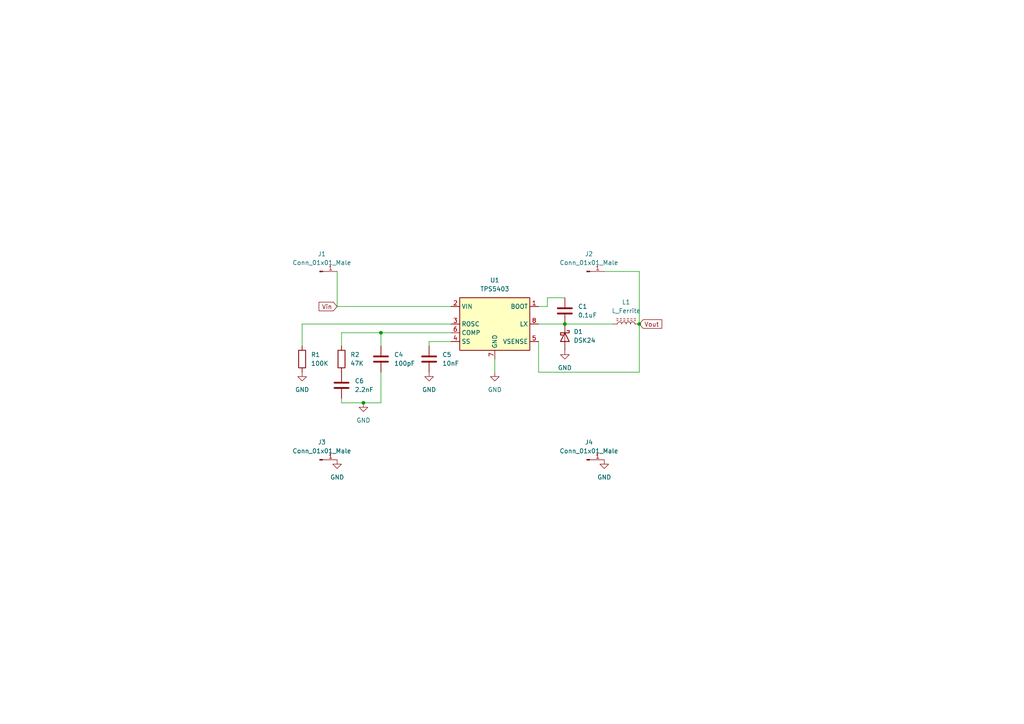
<source format=kicad_sch>
(kicad_sch (version 20211123) (generator eeschema)
  (paper "A4")
  (lib_symbols
    (symbol "Connector:Conn_01x01_Male" (pin_names (offset 1.016) hide)
      (property "Reference" "J" (at 0 2.54 0))
      (property "Value" "Conn_01x01_Male" (at 0 -2.54 0))
      (symbol "Conn_01x01_Male_1_1"
        (polyline (pts (xy 1.27 0) (xy 0.8636 0)) (stroke (width 0.1524)))
        (rectangle (start 0.8636 0.127) (end 0 -0.127) (stroke (width 0.1524)) (fill (type outline)))
        (pin passive line (at 5.08 0 180) (length 3.81) (name "Pin_1") (number "1"))
      )
    )
    (symbol "Device:C" (pin_numbers hide) (pin_names (offset 0.254))
      (property "Reference" "C" (at 0.635 2.54 0))
      (property "Value" "C" (at 0.635 -2.54 0))
      (symbol "C_0_1"
        (polyline (pts (xy -2.032 -0.762) (xy 2.032 -0.762)) (stroke (width 0.508)))
        (polyline (pts (xy -2.032 0.762) (xy 2.032 0.762)) (stroke (width 0.508)))
      )
      (symbol "C_1_1"
        (pin passive line (at 0 3.81 270) (length 2.794) (name "~") (number "1"))
        (pin passive line (at 0 -3.81 90) (length 2.794) (name "~") (number "2"))
      )
    )
    (symbol "Device:D_Schottky" (pin_numbers hide) (pin_names (offset 1.016) hide)
      (property "Reference" "D" (at 0 2.54 0))
      (property "Value" "D_Schottky" (at 0 -2.54 0))
      (symbol "D_Schottky_0_1"
        (polyline (pts (xy 1.27 0) (xy -1.27 0)))
        (polyline (pts (xy 1.27 1.27) (xy 1.27 -1.27) (xy -1.27 0) (xy 1.27 1.27)) (stroke (width 0.254)))
        (polyline (pts (xy -1.905 0.635) (xy -1.905 1.27) (xy -1.27 1.27) (xy -1.27 -1.27) (xy -0.635 -1.27) (xy -0.635 -0.635)) (stroke (width 0.254)))
      )
      (symbol "D_Schottky_1_1"
        (pin passive line (at -3.81 0 0) (length 2.54) (name "K") (number "1"))
        (pin passive line (at 3.81 0 180) (length 2.54) (name "A") (number "2"))
      )
    )
    (symbol "Device:L_Ferrite" (pin_numbers hide) (pin_names (offset 1.016) hide)
      (property "Reference" "L" (at -1.27 0 90))
      (property "Value" "L_Ferrite" (at 2.794 0 90))
      (symbol "L_Ferrite_0_1"
        (arc (start 0 -2.54) (mid 0.635 -1.905) (end 0 -1.27))
        (arc (start 0 -1.27) (mid 0.635 -0.635) (end 0 0))
        (polyline (pts (xy 1.016 -2.794) (xy 1.016 -2.286)))
        (polyline (pts (xy 1.016 -1.778) (xy 1.016 -1.27)))
        (polyline (pts (xy 1.016 -0.762) (xy 1.016 -0.254)))
        (polyline (pts (xy 1.016 0.254) (xy 1.016 0.762)))
        (polyline (pts (xy 1.016 1.27) (xy 1.016 1.778)))
        (polyline (pts (xy 1.016 2.286) (xy 1.016 2.794)))
        (polyline (pts (xy 1.524 -2.286) (xy 1.524 -2.794)))
        (polyline (pts (xy 1.524 -1.27) (xy 1.524 -1.778)))
        (polyline (pts (xy 1.524 -0.254) (xy 1.524 -0.762)))
        (polyline (pts (xy 1.524 0.762) (xy 1.524 0.254)))
        (polyline (pts (xy 1.524 1.778) (xy 1.524 1.27)))
        (polyline (pts (xy 1.524 2.794) (xy 1.524 2.286)))
        (arc (start 0 0) (mid 0.635 0.635) (end 0 1.27))
        (arc (start 0 1.27) (mid 0.635 1.905) (end 0 2.54))
      )
      (symbol "L_Ferrite_1_1"
        (pin passive line (at 0 3.81 270) (length 1.27) (name "1") (number "1"))
        (pin passive line (at 0 -3.81 90) (length 1.27) (name "2") (number "2"))
      )
    )
    (symbol "Device:R" (pin_numbers hide) (pin_names (offset 0))
      (property "Reference" "R" (at 2.032 0 90))
      (property "Value" "R" (at 0 0 90))
      (symbol "R_0_1"
        (rectangle (start -1.016 -2.54) (end 1.016 2.54) (stroke (width 0.254)))
      )
      (symbol "R_1_1"
        (pin passive line (at 0 3.81 270) (length 1.27) (name "~") (number "1"))
        (pin passive line (at 0 -3.81 90) (length 1.27) (name "~") (number "2"))
      )
    )
    (symbol "Regulator_Switching:TPS5403"
      (property "Reference" "U" (at 0 11.43 0))
      (property "Value" "TPS5403" (at 0 8.89 0))
      (symbol "TPS5403_1_1"
        (rectangle (start -10.16 7.62) (end 10.16 -7.62) (stroke (width 0.254)) (fill (type background)))
        (pin passive line (at 12.7 5.08 180) (length 2.54) (name "BOOT") (number "1"))
        (pin power_in line (at -12.7 5.08 0) (length 2.54) (name "VIN") (number "2"))
        (pin passive line (at -12.7 0 0) (length 2.54) (name "ROSC") (number "3"))
        (pin passive line (at -12.7 -5.08 0) (length 2.54) (name "SS") (number "4"))
        (pin input line (at 12.7 -5.08 180) (length 2.54) (name "VSENSE") (number "5"))
        (pin passive line (at -12.7 -2.54 0) (length 2.54) (name "COMP") (number "6"))
        (pin power_in line (at 0 -10.16 90) (length 2.54) (name "GND") (number "7"))
        (pin output line (at 12.7 0 180) (length 2.54) (name "LX") (number "8"))
      )
    )
    (symbol "power:GND" (power) (pin_names (offset 0))
      (property "Value" "GND" (at 0 -3.81 0))
      (symbol "GND_0_1"
        (polyline (pts (xy 0 0) (xy 0 -1.27) (xy 1.27 -1.27) (xy 0 -2.54) (xy -1.27 -1.27) (xy 0 -1.27)))
      )
      (symbol "GND_1_1"
        (pin power_in line (at 0 0 270) (length 0) hide (name "GND") (number "1"))
      )
    )
  )
  (junction (at 163.83 93.98))
  (junction (at 110.49 96.52))
  (junction (at 185.42 93.98))
  (junction (at 105.41 116.84))
  (wire (pts (xy 110.49 96.52) (xy 99.06 96.52)))
  (wire (pts (xy 156.21 99.06) (xy 156.21 107.95)))
  (wire (pts (xy 99.06 116.84) (xy 105.41 116.84)))
  (wire (pts (xy 130.81 96.52) (xy 110.49 96.52)))
  (wire (pts (xy 110.49 107.95) (xy 110.49 116.84)))
  (wire (pts (xy 99.06 96.52) (xy 99.06 100.33)))
  (wire (pts (xy 143.51 107.95) (xy 143.51 104.14)))
  (wire (pts (xy 185.42 93.98) (xy 185.42 107.95)))
  (wire (pts (xy 97.79 78.74) (xy 97.79 88.9)))
  (wire (pts (xy 175.26 78.74) (xy 185.42 78.74)))
  (wire (pts (xy 156.21 93.98) (xy 163.83 93.98)))
  (wire (pts (xy 156.21 88.9) (xy 158.75 88.9)))
  (wire (pts (xy 97.79 88.9) (xy 130.81 88.9)))
  (wire (pts (xy 87.63 93.98) (xy 87.63 100.33)))
  (wire (pts (xy 185.42 78.74) (xy 185.42 93.98)))
  (wire (pts (xy 110.49 116.84) (xy 105.41 116.84)))
  (wire (pts (xy 163.83 93.98) (xy 177.8 93.98)))
  (wire (pts (xy 158.75 88.9) (xy 158.75 86.36)))
  (wire (pts (xy 124.46 99.06) (xy 124.46 100.33)))
  (wire (pts (xy 158.75 86.36) (xy 163.83 86.36)))
  (wire (pts (xy 156.21 107.95) (xy 185.42 107.95)))
  (wire (pts (xy 130.81 93.98) (xy 87.63 93.98)))
  (wire (pts (xy 99.06 115.57) (xy 99.06 116.84)))
  (wire (pts (xy 110.49 96.52) (xy 110.49 100.33)))
  (wire (pts (xy 130.81 99.06) (xy 124.46 99.06)))
  (global_label "Vout" (shape input) (at 185.42 93.98 0) (property "Intersheet References" "${INTERSHEET_REFS}" (effects hide)))
  (global_label "Vin" (shape input) (at 97.79 88.9 180) (property "Intersheet References" "${INTERSHEET_REFS}" (effects hide)))
  (symbol (lib_id "Connector:Conn_01x01_Male") (at 92.71 78.74 0) (unit 1)
    (property "Reference" "J1" (at 93.345 73.66 0))
    (property "Value" "Conn_01x01_Male" (at 93.345 76.2 0))
    (property "Footprint" "Tinker:ConnPoint" (effects hide))
  )
  (symbol (lib_id "Device:L_Ferrite") (at 181.61 93.98 90) (unit 1)
    (property "Reference" "L1" (at 181.61 87.63 90))
    (property "Value" "L_Ferrite" (at 181.61 90.17 90))
    (property "Footprint" "Tinker:IND-SMD_L7.1-W6.6" (effects hide))
    (property "LCSC" "C2983095" (effects hide))
  )
  (symbol (lib_id "power:GND") (at 105.41 116.84 0) (unit 1)
    (property "Reference" "#PWR0105" (effects hide))
    (property "Value" "GND" (at 105.41 121.92 0))
  )
  (symbol (lib_id "power:GND") (at 143.51 107.95 0) (unit 1)
    (property "Reference" "#PWR0103" (effects hide))
    (property "Value" "GND" (at 143.51 113.03 0))
  )
  (symbol (lib_id "power:GND") (at 163.83 101.6 0) (unit 1)
    (property "Reference" "#PWR0101" (effects hide))
    (property "Value" "GND" (at 163.83 106.68 0))
  )
  (symbol (lib_id "Device:C") (at 110.49 104.14 0) (unit 1)
    (property "Reference" "C4" (at 114.3 102.8699 0) (effects (justify left)))
    (property "Value" "100pF" (at 114.3 105.4099 0) (effects (justify left)))
    (property "Footprint" "Capacitor_SMD:C_0603_1608Metric" (effects hide))
  )
  (symbol (lib_id "Device:C") (at 163.83 90.17 0) (unit 1)
    (property "Reference" "C1" (at 167.64 88.8999 0) (effects (justify left)))
    (property "Value" "0.1uF" (at 167.64 91.4399 0) (effects (justify left)))
    (property "Footprint" "Capacitor_SMD:C_0603_1608Metric" (effects hide))
  )
  (symbol (lib_id "Device:R") (at 99.06 104.14 0) (unit 1)
    (property "Reference" "R2" (at 101.6 102.8699 0) (effects (justify left)))
    (property "Value" "47K" (at 101.6 105.4099 0) (effects (justify left)))
    (property "Footprint" "Resistor_SMD:R_0603_1608Metric" (effects hide))
  )
  (symbol (lib_id "Device:D_Schottky") (at 163.83 97.79 270) (unit 1)
    (property "Reference" "D1" (at 166.37 96.2024 90) (effects (justify left)))
    (property "Value" "DSK24" (at 166.37 98.7424 90) (effects (justify left)))
    (property "Footprint" "Diode_SMD:D_SOD-123" (effects hide))
    (property "LCSC" "C908229" (effects hide))
  )
  (symbol (lib_id "Device:R") (at 87.63 104.14 0) (unit 1)
    (property "Reference" "R1" (at 90.17 102.8699 0) (effects (justify left)))
    (property "Value" "100K" (at 90.17 105.4099 0) (effects (justify left)))
    (property "Footprint" "Resistor_SMD:R_0603_1608Metric" (effects hide))
  )
  (symbol (lib_id "power:GND") (at 175.26 133.35 0) (unit 1)
    (property "Reference" "#PWR0107" (effects hide))
    (property "Value" "GND" (at 175.26 138.43 0))
  )
  (symbol (lib_id "power:GND") (at 124.46 107.95 0) (unit 1)
    (property "Reference" "#PWR0104" (effects hide))
    (property "Value" "GND" (at 124.46 113.03 0))
  )
  (symbol (lib_id "power:GND") (at 87.63 107.95 0) (unit 1)
    (property "Reference" "#PWR0106" (effects hide))
    (property "Value" "GND" (at 87.63 113.03 0))
  )
  (symbol (lib_id "Connector:Conn_01x01_Male") (at 170.18 78.74 0) (unit 1)
    (property "Reference" "J2" (at 170.815 73.66 0))
    (property "Value" "Conn_01x01_Male" (at 170.815 76.2 0))
    (property "Footprint" "Tinker:ConnPoint" (effects hide))
  )
  (symbol (lib_id "Device:C") (at 99.06 111.76 0) (unit 1)
    (property "Reference" "C6" (at 102.87 110.4899 0) (effects (justify left)))
    (property "Value" "2.2nF" (at 102.87 113.0299 0) (effects (justify left)))
    (property "Footprint" "Capacitor_SMD:C_0603_1608Metric" (effects hide))
  )
  (symbol (lib_id "Connector:Conn_01x01_Male") (at 170.18 133.35 0) (unit 1)
    (property "Reference" "J4" (at 170.815 128.27 0))
    (property "Value" "Conn_01x01_Male" (at 170.815 130.81 0))
    (property "Footprint" "Tinker:ConnPoint" (effects hide))
  )
  (symbol (lib_id "Connector:Conn_01x01_Male") (at 92.71 133.35 0) (unit 1)
    (property "Reference" "J3" (at 93.345 128.27 0))
    (property "Value" "Conn_01x01_Male" (at 93.345 130.81 0))
    (property "Footprint" "Tinker:ConnPoint" (effects hide))
  )
  (symbol (lib_id "Device:C") (at 124.46 104.14 0) (unit 1)
    (property "Reference" "C5" (at 128.27 102.8699 0) (effects (justify left)))
    (property "Value" "10nF" (at 128.27 105.4099 0) (effects (justify left)))
    (property "Footprint" "Capacitor_SMD:C_0603_1608Metric" (effects hide))
  )
  (symbol (lib_id "power:GND") (at 97.79 133.35 0) (unit 1)
    (property "Reference" "#PWR0102" (effects hide))
    (property "Value" "GND" (at 97.79 138.43 0))
  )
  (symbol (lib_id "Regulator_Switching:TPS5403") (at 143.51 93.98 0) (unit 1)
    (property "Reference" "U1" (at 143.51 81.28 0))
    (property "Value" "TPS5403" (at 143.51 83.82 0))
    (property "Footprint" "Package_SO:SOIC-8_3.9x4.9mm_P1.27mm" (effects hide))
    (property "Datasheet" "https://www.ti.com/lit/ds/symlink/tps5403.pdf" (effects hide))
  )
)
</source>
